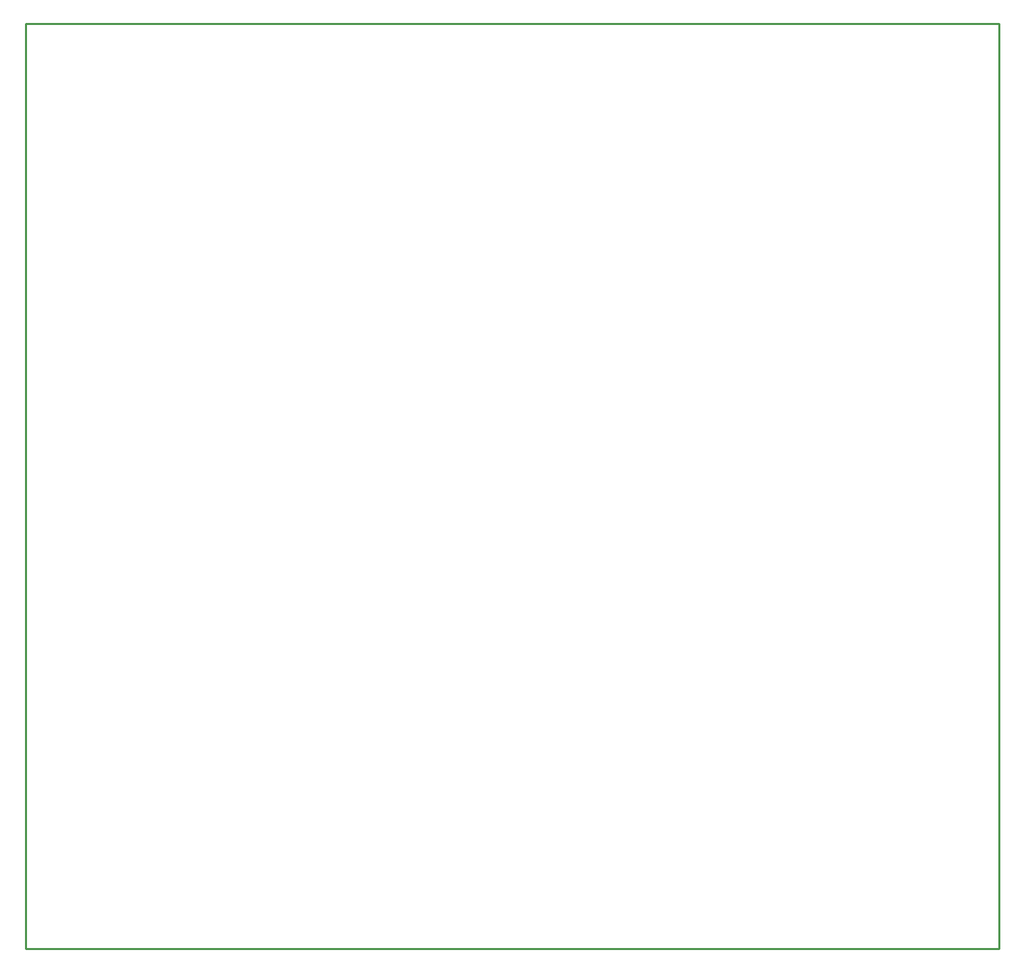
<source format=gbr>
G04 start of page 4 for group 2 idx 2 *
G04 Title: NVMemProg_Main, outline *
G04 Creator: pcb v4.0.0-ga246c150 *
G04 CreationDate: Sat Sep 30 23:46:22 2017 UTC *
G04 For: wojtek *
G04 Format: Gerber/RS-274X *
G04 PCB-Dimensions (mil): 4980.31 4606.30 *
G04 PCB-Coordinate-Origin: lower left *
%MOIN*%
%FSLAX25Y25*%
%LNOUTLINE*%
%ADD53C,0.0098*%
G54D53*X495323Y3031D02*X15008D01*
Y459724D01*
X495323D01*
Y3031D01*
M02*

</source>
